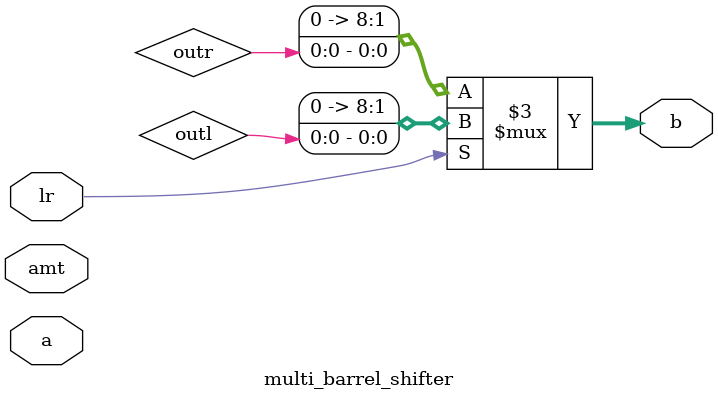
<source format=v>
module multi_barrel_shifter(
    input wire[8:0] a,
    input wire[2:0]amt,
    input lr,
    output reg[8:0]b
);
wire[7:0] out_l,out_r;
barrel_shifterl unit1(.a(a),.amt(amt),.b(out_l));
barrel_shifterr unit2(.a(a),.amt(amt),.b(out_r));
always @ *
begin
    if(lr)
        b=outl;
    else
        b=outr;

end
endmodule
</source>
